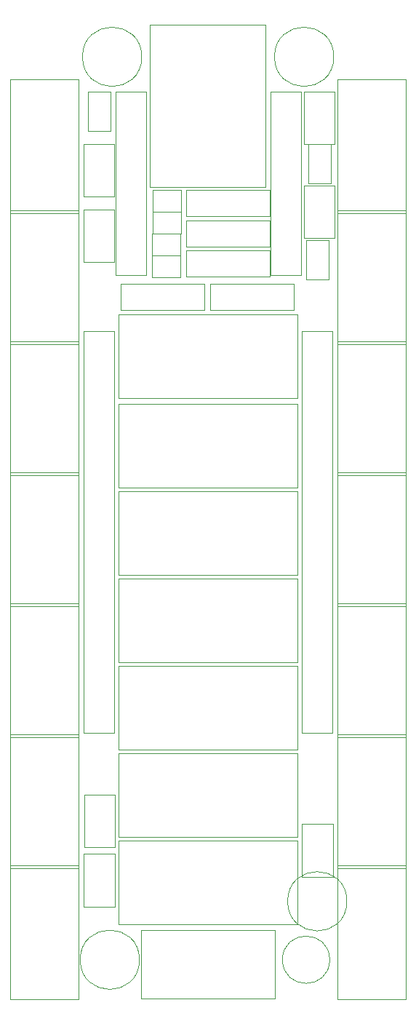
<source format=gbr>
%TF.GenerationSoftware,KiCad,Pcbnew,7.0.6*%
%TF.CreationDate,2024-08-21T19:33:41+02:00*%
%TF.ProjectId,Koracni ksilofon,4b6f7261-636e-4692-906b-73696c6f666f,rev?*%
%TF.SameCoordinates,PXca73a30PY16e2660*%
%TF.FileFunction,Other,User*%
%FSLAX46Y46*%
G04 Gerber Fmt 4.6, Leading zero omitted, Abs format (unit mm)*
G04 Created by KiCad (PCBNEW 7.0.6) date 2024-08-21 19:33:41*
%MOMM*%
%LPD*%
G01*
G04 APERTURE LIST*
%ADD10C,0.050000*%
G04 APERTURE END LIST*
D10*
%TO.C,SW1*%
X42498000Y-26064000D02*
X42498000Y-19914000D01*
X42498000Y-19914000D02*
X38898000Y-19914000D01*
X38898000Y-26064000D02*
X42498000Y-26064000D01*
X38898000Y-19914000D02*
X38898000Y-26064000D01*
%TO.C,R5*%
X27964000Y-31400000D02*
X27964000Y-34400000D01*
X27964000Y-34400000D02*
X37684000Y-34400000D01*
X37684000Y-31400000D02*
X27964000Y-31400000D01*
X37684000Y-34400000D02*
X37684000Y-31400000D01*
%TO.C,J9*%
X12694000Y-22814000D02*
X4694000Y-22814000D01*
X12694000Y-22814000D02*
X12694000Y-38414000D01*
X4694000Y-38414000D02*
X4694000Y-22814000D01*
X4694000Y-38414000D02*
X12694000Y-38414000D01*
%TO.C,J20*%
X38669000Y-36867000D02*
X42219000Y-36867000D01*
X38669000Y-83617000D02*
X38669000Y-36867000D01*
X42219000Y-36867000D02*
X42219000Y-83617000D01*
X42219000Y-83617000D02*
X38669000Y-83617000D01*
%TO.C,J19*%
X13269000Y-36867000D02*
X16819000Y-36867000D01*
X13269000Y-83617000D02*
X13269000Y-36867000D01*
X16819000Y-36867000D02*
X16819000Y-83617000D01*
X16819000Y-83617000D02*
X13269000Y-83617000D01*
%TO.C,JP4*%
X21231000Y-25554000D02*
X21231000Y-28054000D01*
X21231000Y-25554000D02*
X24531000Y-25554000D01*
X24531000Y-28054000D02*
X21231000Y-28054000D01*
X24531000Y-28054000D02*
X24531000Y-25554000D01*
%TO.C,R6*%
X27270000Y-34400000D02*
X27270000Y-31400000D01*
X27270000Y-31400000D02*
X17550000Y-31400000D01*
X17550000Y-34400000D02*
X27270000Y-34400000D01*
X17550000Y-31400000D02*
X17550000Y-34400000D01*
%TO.C,H6*%
X43900000Y-103200000D02*
G75*
G03*
X43900000Y-103200000I-3450000J0D01*
G01*
%TO.C,J16*%
X20530000Y-30367000D02*
X16980000Y-30367000D01*
X20530000Y-9017000D02*
X20530000Y-30367000D01*
X16980000Y-30367000D02*
X16980000Y-9017000D01*
X16980000Y-9017000D02*
X20530000Y-9017000D01*
%TO.C,U4*%
X17289000Y-75424000D02*
X38139000Y-75424000D01*
X38139000Y-75424000D02*
X38139000Y-65624000D01*
X17289000Y-65624000D02*
X17289000Y-75424000D01*
X38139000Y-65624000D02*
X17289000Y-65624000D01*
%TO.C,U6*%
X17289000Y-95744000D02*
X38139000Y-95744000D01*
X38139000Y-95744000D02*
X38139000Y-85944000D01*
X17289000Y-85944000D02*
X17289000Y-95744000D01*
X38139000Y-85944000D02*
X17289000Y-85944000D01*
%TO.C,J4*%
X42794000Y-68893999D02*
X50794000Y-68893999D01*
X42794000Y-68893999D02*
X42794000Y-53293999D01*
X50794000Y-53293999D02*
X50794000Y-68893999D01*
X50794000Y-53293999D02*
X42794000Y-53293999D01*
%TO.C,J26*%
X19935003Y-106531453D02*
X19935003Y-114531453D01*
X19935003Y-106531453D02*
X35535003Y-106531453D01*
X35535003Y-114531453D02*
X19935003Y-114531453D01*
X35535003Y-114531453D02*
X35535003Y-106531453D01*
%TO.C,U3*%
X17289000Y-65264000D02*
X38139000Y-65264000D01*
X38139000Y-65264000D02*
X38139000Y-55464000D01*
X17289000Y-55464000D02*
X17289000Y-65264000D01*
X38139000Y-55464000D02*
X17289000Y-55464000D01*
%TO.C,JP3*%
X24605001Y-22974000D02*
X24605001Y-20474000D01*
X24605001Y-22974000D02*
X21305001Y-22974000D01*
X21305001Y-20474000D02*
X24605001Y-20474000D01*
X21305001Y-20474000D02*
X21305001Y-22974000D01*
%TO.C,U5*%
X17289000Y-85584000D02*
X38139000Y-85584000D01*
X38139000Y-85584000D02*
X38139000Y-75784000D01*
X17289000Y-75784000D02*
X17289000Y-85584000D01*
X38139000Y-75784000D02*
X17289000Y-75784000D01*
%TO.C,J2*%
X42794000Y-99374000D02*
X50794000Y-99374000D01*
X42794000Y-99374000D02*
X42794000Y-83774000D01*
X50794000Y-83774000D02*
X50794000Y-99374000D01*
X50794000Y-83774000D02*
X42794000Y-83774000D01*
%TO.C,C1*%
X39398000Y-19726000D02*
X41998000Y-19726000D01*
X41998000Y-19726000D02*
X41998000Y-15126000D01*
X39398000Y-15126000D02*
X39398000Y-19726000D01*
X41998000Y-15126000D02*
X39398000Y-15126000D01*
%TO.C,H8*%
X19750000Y-110000000D02*
G75*
G03*
X19750000Y-110000000I-3450000J0D01*
G01*
%TO.C,J3*%
X42794000Y-84134000D02*
X50794000Y-84134000D01*
X42794000Y-84134000D02*
X42794000Y-68534000D01*
X50794000Y-68534000D02*
X50794000Y-84134000D01*
X50794000Y-68534000D02*
X42794000Y-68534000D01*
%TO.C,C4*%
X41900000Y-110000000D02*
G75*
G03*
X41900000Y-110000000I-2750000J0D01*
G01*
%TO.C,U7*%
X17289000Y-105904000D02*
X38139000Y-105904000D01*
X38139000Y-105904000D02*
X38139000Y-96104000D01*
X17289000Y-96104000D02*
X17289000Y-105904000D01*
X38139000Y-96104000D02*
X17289000Y-96104000D01*
%TO.C,U2*%
X17289000Y-55104000D02*
X38139000Y-55104000D01*
X38139000Y-55104000D02*
X38139000Y-45304000D01*
X17289000Y-45304000D02*
X17289000Y-55104000D01*
X38139000Y-45304000D02*
X17289000Y-45304000D01*
%TO.C,C2*%
X39144000Y-30902000D02*
X41744000Y-30902000D01*
X41744000Y-30902000D02*
X41744000Y-26302000D01*
X39144000Y-26302000D02*
X39144000Y-30902000D01*
X41744000Y-26302000D02*
X39144000Y-26302000D01*
%TO.C,J13*%
X12694000Y-83774001D02*
X4694000Y-83774001D01*
X12694000Y-83774001D02*
X12694000Y-99374001D01*
X4694000Y-99374001D02*
X4694000Y-83774001D01*
X4694000Y-99374001D02*
X12694000Y-99374001D01*
%TO.C,J21*%
X13314000Y-90779000D02*
X13314000Y-96929000D01*
X13314000Y-96929000D02*
X16914000Y-96929000D01*
X16914000Y-90779000D02*
X13314000Y-90779000D01*
X16914000Y-96929000D02*
X16914000Y-90779000D01*
%TO.C,R1*%
X34890000Y-27040000D02*
X34890000Y-24040000D01*
X34890000Y-24040000D02*
X25170000Y-24040000D01*
X25170000Y-27040000D02*
X34890000Y-27040000D01*
X25170000Y-24040000D02*
X25170000Y-27040000D01*
%TO.C,J22*%
X42264000Y-100379000D02*
X42264000Y-94229000D01*
X42264000Y-94229000D02*
X38664000Y-94229000D01*
X38664000Y-100379000D02*
X42264000Y-100379000D01*
X38664000Y-94229000D02*
X38664000Y-100379000D01*
%TO.C,J7*%
X42794000Y-23173999D02*
X50794000Y-23173999D01*
X42794000Y-23173999D02*
X42794000Y-7573999D01*
X50794000Y-7573999D02*
X50794000Y-23173999D01*
X50794000Y-7573999D02*
X42794000Y-7573999D01*
%TO.C,J14*%
X12694000Y-99014000D02*
X4694000Y-99014000D01*
X12694000Y-99014000D02*
X12694000Y-114614000D01*
X4694000Y-114614000D02*
X4694000Y-99014000D01*
X4694000Y-114614000D02*
X12694000Y-114614000D01*
%TO.C,J8*%
X12694000Y-7574000D02*
X4694000Y-7574000D01*
X12694000Y-7574000D02*
X12694000Y-23174000D01*
X4694000Y-23174000D02*
X4694000Y-7574000D01*
X4694000Y-23174000D02*
X12694000Y-23174000D01*
%TO.C,J15*%
X38530000Y-30367000D02*
X34980000Y-30367000D01*
X38530000Y-9017000D02*
X38530000Y-30367000D01*
X34980000Y-30367000D02*
X34980000Y-9017000D01*
X34980000Y-9017000D02*
X38530000Y-9017000D01*
%TO.C,J17*%
X16844000Y-21238000D02*
X16844000Y-15088000D01*
X16844000Y-15088000D02*
X13244000Y-15088000D01*
X13244000Y-21238000D02*
X16844000Y-21238000D01*
X13244000Y-15088000D02*
X13244000Y-21238000D01*
%TO.C,J1*%
X42794000Y-114614001D02*
X50794000Y-114614001D01*
X42794000Y-114614001D02*
X42794000Y-99014001D01*
X50794000Y-99014001D02*
X50794000Y-114614001D01*
X50794000Y-99014001D02*
X42794000Y-99014001D01*
%TO.C,JP1*%
X21230999Y-28094000D02*
X21230999Y-30594000D01*
X21230999Y-28094000D02*
X24530999Y-28094000D01*
X24530999Y-30594000D02*
X21230999Y-30594000D01*
X24530999Y-30594000D02*
X24530999Y-28094000D01*
%TO.C,J10*%
X12694000Y-38054001D02*
X4694000Y-38054001D01*
X12694000Y-38054001D02*
X12694000Y-53654001D01*
X4694000Y-53654001D02*
X4694000Y-38054001D01*
X4694000Y-53654001D02*
X12694000Y-53654001D01*
%TO.C,J18*%
X13244000Y-22718000D02*
X13244000Y-28868000D01*
X13244000Y-28868000D02*
X16844000Y-28868000D01*
X16844000Y-22718000D02*
X13244000Y-22718000D01*
X16844000Y-28868000D02*
X16844000Y-22718000D01*
%TO.C,JP2*%
X24568000Y-25514000D02*
X24568000Y-23014000D01*
X24568000Y-25514000D02*
X21268000Y-25514000D01*
X21268000Y-23014000D02*
X24568000Y-23014000D01*
X21268000Y-23014000D02*
X21268000Y-25514000D01*
%TO.C,R3*%
X34884000Y-30504000D02*
X34884000Y-27504000D01*
X34884000Y-27504000D02*
X25164000Y-27504000D01*
X25164000Y-30504000D02*
X34884000Y-30504000D01*
X25164000Y-27504000D02*
X25164000Y-30504000D01*
%TO.C,H5*%
X42370000Y-4960000D02*
G75*
G03*
X42370000Y-4960000I-3450000J0D01*
G01*
%TO.C,R2*%
X34890000Y-23484000D02*
X34890000Y-20484000D01*
X34890000Y-20484000D02*
X25170000Y-20484000D01*
X25170000Y-23484000D02*
X34890000Y-23484000D01*
X25170000Y-20484000D02*
X25170000Y-23484000D01*
%TO.C,U1*%
X17289000Y-44690000D02*
X38139000Y-44690000D01*
X38139000Y-44690000D02*
X38139000Y-34890000D01*
X17289000Y-34890000D02*
X17289000Y-44690000D01*
X38139000Y-34890000D02*
X17289000Y-34890000D01*
%TO.C,SW2*%
X42498000Y-15142000D02*
X42498000Y-8992000D01*
X42498000Y-8992000D02*
X38898000Y-8992000D01*
X38898000Y-15142000D02*
X42498000Y-15142000D01*
X38898000Y-8992000D02*
X38898000Y-15142000D01*
%TO.C,J6*%
X42794000Y-38414000D02*
X50794000Y-38414000D01*
X42794000Y-38414000D02*
X42794000Y-22814000D01*
X50794000Y-22814000D02*
X50794000Y-38414000D01*
X50794000Y-22814000D02*
X42794000Y-22814000D01*
%TO.C,J11*%
X12694000Y-53294000D02*
X4694000Y-53294000D01*
X12694000Y-53294000D02*
X12694000Y-68894000D01*
X4694000Y-68894000D02*
X4694000Y-53294000D01*
X4694000Y-68894000D02*
X12694000Y-68894000D01*
%TO.C,C3*%
X16344000Y-9010001D02*
X13744000Y-9010001D01*
X13744000Y-9010001D02*
X13744000Y-13610001D01*
X16344000Y-13610001D02*
X16344000Y-9010001D01*
X13744000Y-13610001D02*
X16344000Y-13610001D01*
%TO.C,J5*%
X42794000Y-53654000D02*
X50794000Y-53654000D01*
X42794000Y-53654000D02*
X42794000Y-38054000D01*
X50794000Y-38054000D02*
X50794000Y-53654000D01*
X50794000Y-38054000D02*
X42794000Y-38054000D01*
%TO.C,SW3*%
X16864000Y-103829000D02*
X16864000Y-97679000D01*
X16864000Y-97679000D02*
X13264000Y-97679000D01*
X13264000Y-103829000D02*
X16864000Y-103829000D01*
X13264000Y-97679000D02*
X13264000Y-103829000D01*
%TO.C,J23*%
X34396753Y-1200114D02*
X20996753Y-1200114D01*
X20996753Y-1200114D02*
X20996753Y-20100114D01*
X34396753Y-20100114D02*
X34396753Y-1200114D01*
X20996753Y-20100114D02*
X34396753Y-20100114D01*
%TO.C,H7*%
X20018000Y-4960000D02*
G75*
G03*
X20018000Y-4960000I-3450000J0D01*
G01*
%TO.C,J12*%
X12694000Y-68534000D02*
X4694000Y-68534000D01*
X12694000Y-68534000D02*
X12694000Y-84134000D01*
X4694000Y-84134000D02*
X4694000Y-68534000D01*
X4694000Y-84134000D02*
X12694000Y-84134000D01*
%TD*%
M02*

</source>
